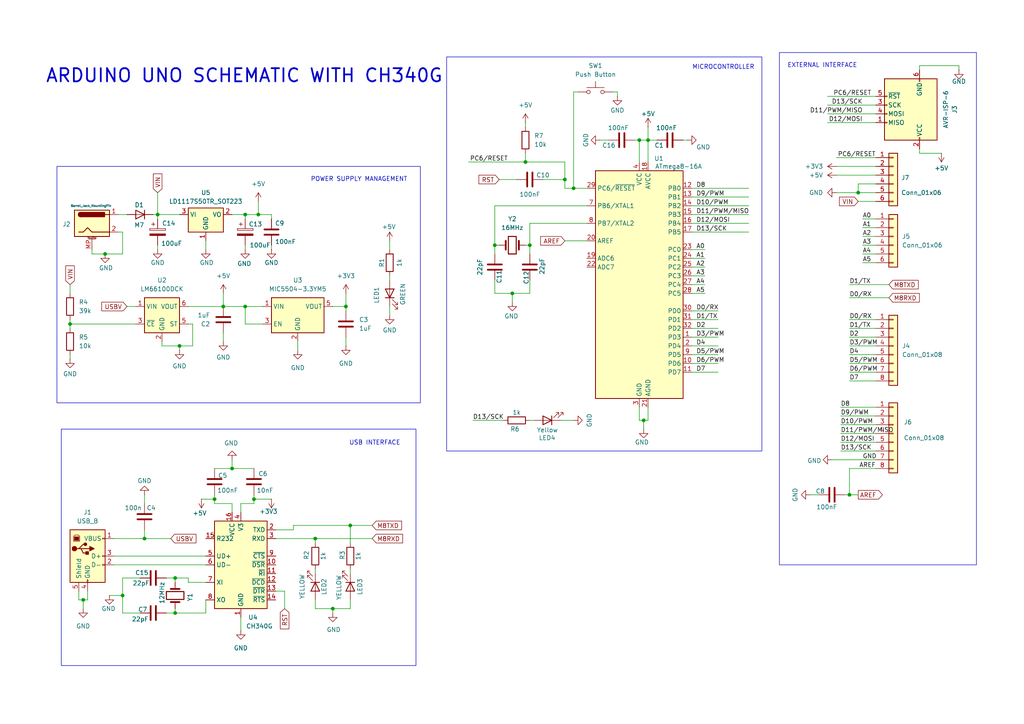
<source format=kicad_sch>
(kicad_sch (version 20250114) (generator "eeschema") (generator_version "9.0")
  (paper "A4")
  (lib_symbols
    (symbol "Connector:AVR-ISP-6" (pin_names (offset 1.016))
      (property "Reference" "J" (at -6.35 11.43 0))
      (property "Value" "AVR-ISP-6" (at 0 11.43 0))
      (symbol "AVR-ISP-6_1_1"
        (pin passive line (at -2.54 12.7 270) (length 2.54) (name "VCC") (number "2"))
        (pin passive line (at -2.54 -10.16 90) (length 2.54) (name "GND") (number "6"))
        (pin passive line (at 10.16 5.08 180) (length 2.54) (name "MISO") (number "1"))
        (pin passive line (at 10.16 2.54 180) (length 2.54) (name "MOSI") (number "4"))
        (pin passive line (at 10.16 0 180) (length 2.54) (name "SCK") (number "3"))
        (pin passive line (at 10.16 -2.54 180) (length 2.54) (name "~{RST}") (number "5"))
      )
    )
    (symbol "Connector:Barrel_Jack_MountingPin" (pin_names (hide yes))
      (property "Reference" "J" (at 0 5.334 0))
      (property "Value" "Barrel_Jack_MountingPin" (at 1.27 -6.35 0))
      (symbol "Barrel_Jack_MountingPin_1_1"
        (text "Mounting" (at 0 -4.191 0) (effects (font (size 0.381 0.381))))
        (pin passive line (at 0 -7.62 90) (length 3.048) (name "MountPin") (number "MP"))
        (pin passive line (at 7.62 2.54 180) (length 2.54) (name "~") (number "1"))
        (pin passive line (at 7.62 -2.54 180) (length 2.54) (name "~") (number "2"))
      )
    )
    (symbol "Connector:USB_B" (pin_names (offset 1.016))
      (property "Reference" "J" (at -5.08 11.43 0))
      (property "Value" "USB_B" (at -5.08 8.89 0))
      (symbol "USB_B_1_1"
        (pin passive line (at -2.54 -10.16 90) (length 2.54) (name "Shield") (number "5"))
        (pin power_out line (at 0 -10.16 90) (length 2.54) (name "GND") (number "4"))
        (pin power_out line (at 7.62 5.08 180) (length 2.54) (name "VBUS") (number "1"))
        (pin bidirectional line (at 7.62 0 180) (length 2.54) (name "D+") (number "3"))
        (pin bidirectional line (at 7.62 -2.54 180) (length 2.54) (name "D-") (number "2"))
      )
    )
    (symbol "Connector_Generic:Conn_01x06" (pin_names (offset 1.016) (hide yes))
      (property "Reference" "J" (at 0 7.62 0))
      (property "Value" "Conn_01x06" (at 0 -10.16 0))
      (symbol "Conn_01x06_1_1"
        (pin passive line (at -5.08 5.08 0) (length 3.81) (name "Pin_1") (number "1"))
        (pin passive line (at -5.08 2.54 0) (length 3.81) (name "Pin_2") (number "2"))
        (pin passive line (at -5.08 0 0) (length 3.81) (name "Pin_3") (number "3"))
        (pin passive line (at -5.08 -2.54 0) (length 3.81) (name "Pin_4") (number "4"))
        (pin passive line (at -5.08 -5.08 0) (length 3.81) (name "Pin_5") (number "5"))
        (pin passive line (at -5.08 -7.62 0) (length 3.81) (name "Pin_6") (number "6"))
      )
    )
    (symbol "Connector_Generic:Conn_01x08" (pin_names (offset 1.016) (hide yes))
      (property "Reference" "J" (at 0 10.16 0))
      (property "Value" "Conn_01x08" (at 0 -12.7 0))
      (symbol "Conn_01x08_1_1"
        (pin passive line (at -5.08 7.62 0) (length 3.81) (name "Pin_1") (number "1"))
        (pin passive line (at -5.08 5.08 0) (length 3.81) (name "Pin_2") (number "2"))
        (pin passive line (at -5.08 2.54 0) (length 3.81) (name "Pin_3") (number "3"))
        (pin passive line (at -5.08 0 0) (length 3.81) (name "Pin_4") (number "4"))
        (pin passive line (at -5.08 -2.54 0) (length 3.81) (name "Pin_5") (number "5"))
        (pin passive line (at -5.08 -5.08 0) (length 3.81) (name "Pin_6") (number "6"))
        (pin passive line (at -5.08 -7.62 0) (length 3.81) (name "Pin_7") (number "7"))
        (pin passive line (at -5.08 -10.16 0) (length 3.81) (name "Pin_8") (number "8"))
      )
    )
    (symbol "Device:C" (pin_numbers (hide yes)) (pin_names (offset 0.254))
      (property "Reference" "C" (at 0.635 2.54 0))
      (property "Value" "C" (at 0.635 -2.54 0))
      (symbol "C_1_1"
        (pin passive line (at 0 3.81 270) (length 2.794) (name "~") (number "1"))
        (pin passive line (at 0 -3.81 90) (length 2.794) (name "~") (number "2"))
      )
    )
    (symbol "Device:C_Polarized" (pin_numbers (hide yes)) (pin_names (offset 0.254))
      (property "Reference" "C" (at 0.635 2.54 0))
      (property "Value" "C_Polarized" (at 0.635 -2.54 0))
      (symbol "C_Polarized_1_1"
        (pin passive line (at 0 3.81 270) (length 2.794) (name "~") (number "1"))
        (pin passive line (at 0 -3.81 90) (length 2.794) (name "~") (number "2"))
      )
    )
    (symbol "Device:Crystal" (pin_numbers (hide yes)) (pin_names (offset 1.016) (hide yes))
      (property "Reference" "Y" (at 0 3.81 0))
      (property "Value" "Crystal" (at 0 -3.81 0))
      (symbol "Crystal_1_1"
        (pin passive line (at -3.81 0 0) (length 1.27) (name "1") (number "1"))
        (pin passive line (at 3.81 0 180) (length 1.27) (name "2") (number "2"))
      )
    )
    (symbol "Device:D" (pin_numbers (hide yes)) (pin_names (offset 1.016) (hide yes))
      (property "Reference" "D" (at 0 2.54 0))
      (property "Value" "D" (at 0 -2.54 0))
      (symbol "D_1_1"
        (pin passive line (at -3.81 0 0) (length 2.54) (name "K") (number "1"))
        (pin passive line (at 3.81 0 180) (length 2.54) (name "A") (number "2"))
      )
    )
    (symbol "Device:LED" (pin_numbers (hide yes)) (pin_names (offset 1.016) (hide yes))
      (property "Reference" "D" (at 0 2.54 0))
      (property "Value" "LED" (at 0 -2.54 0))
      (symbol "LED_1_1"
        (pin passive line (at -3.81 0 0) (length 2.54) (name "K") (number "1"))
        (pin passive line (at 3.81 0 180) (length 2.54) (name "A") (number "2"))
      )
    )
    (symbol "Device:R" (pin_numbers (hide yes)) (pin_names (offset 0))
      (property "Reference" "R" (at 2.032 0 90))
      (property "Value" "R" (at 0 0 90))
      (symbol "R_1_1"
        (pin passive line (at 0 3.81 270) (length 1.27) (name "~") (number "1"))
        (pin passive line (at 0 -3.81 90) (length 1.27) (name "~") (number "2"))
      )
    )
    (symbol "Interface_USB:CH340G"
      (property "Reference" "U" (at -5.08 13.97 0))
      (property "Value" "CH340G" (at 1.27 13.97 0))
      (symbol "CH340G_1_1"
        (pin input line (at -10.16 7.62 0) (length 2.54) (name "R232") (number "15"))
        (pin bidirectional line (at -10.16 2.54 0) (length 2.54) (name "UD+") (number "5"))
        (pin bidirectional line (at -10.16 0 0) (length 2.54) (name "UD-") (number "6"))
        (pin input line (at -10.16 -5.08 0) (length 2.54) (name "XI") (number "7"))
        (pin output line (at -10.16 -10.16 0) (length 2.54) (name "XO") (number "8"))
        (pin power_in line (at -2.54 15.24 270) (length 2.54) (name "VCC") (number "16"))
        (pin power_out line (at 0 15.24 270) (length 2.54) (name "V3") (number "4"))
        (pin power_in line (at 0 -15.24 90) (length 2.54) (name "GND") (number "1"))
        (pin output line (at 10.16 10.16 180) (length 2.54) (name "TXD") (number "2"))
        (pin input line (at 10.16 7.62 180) (length 2.54) (name "RXD") (number "3"))
        (pin input line (at 10.16 2.54 180) (length 2.54) (name "~{CTS}") (number "9"))
        (pin input line (at 10.16 0 180) (length 2.54) (name "~{DSR}") (number "10"))
        (pin input line (at 10.16 -2.54 180) (length 2.54) (name "~{RI}") (number "11"))
        (pin input line (at 10.16 -5.08 180) (length 2.54) (name "~{DCD}") (number "12"))
        (pin output line (at 10.16 -7.62 180) (length 2.54) (name "~{DTR}") (number "13"))
        (pin output line (at 10.16 -10.16 180) (length 2.54) (name "~{RTS}") (number "14"))
      )
    )
    (symbol "MCU_Microchip_ATmega:ATmega8-16A"
      (property "Reference" "U" (at -12.7 34.29 0))
      (property "Value" "ATmega8-16A" (at 5.08 -34.29 0))
      (symbol "ATmega8-16A_1_1"
        (pin bidirectional line (at -15.24 27.94 0) (length 2.54) (name "PC6/~{RESET}") (number "29"))
        (pin bidirectional line (at -15.24 22.86 0) (length 2.54) (name "PB6/XTAL1") (number "7"))
        (pin bidirectional line (at -15.24 17.78 0) (length 2.54) (name "PB7/XTAL2") (number "8"))
        (pin passive line (at -15.24 12.7 0) (length 2.54) (name "AREF") (number "20"))
        (pin input line (at -15.24 7.62 0) (length 2.54) (name "ADC6") (number "19"))
        (pin input line (at -15.24 5.08 0) (length 2.54) (name "ADC7") (number "22"))
        (pin power_in line (at 0 35.56 270) (length 2.54) (name "VCC") (number "4"))
        (pin passive line (at 0 35.56 270) (length 2.54) (hide yes) (name "VCC") (number "6"))
        (pin power_in line (at 0 -35.56 90) (length 2.54) (name "GND") (number "3"))
        (pin passive line (at 0 -35.56 90) (length 2.54) (hide yes) (name "GND") (number "5"))
        (pin power_in line (at 2.54 35.56 270) (length 2.54) (name "AVCC") (number "18"))
        (pin power_in line (at 2.54 -35.56 90) (length 2.54) (name "AGND") (number "21"))
        (pin bidirectional line (at 15.24 27.94 180) (length 2.54) (name "PB0") (number "12"))
        (pin bidirectional line (at 15.24 25.4 180) (length 2.54) (name "PB1") (number "13"))
        (pin bidirectional line (at 15.24 22.86 180) (length 2.54) (name "PB2") (number "14"))
        (pin bidirectional line (at 15.24 20.32 180) (length 2.54) (name "PB3") (number "15"))
        (pin bidirectional line (at 15.24 17.78 180) (length 2.54) (name "PB4") (number "16"))
        (pin bidirectional line (at 15.24 15.24 180) (length 2.54) (name "PB5") (number "17"))
        (pin bidirectional line (at 15.24 10.16 180) (length 2.54) (name "PC0") (number "23"))
        (pin bidirectional line (at 15.24 7.62 180) (length 2.54) (name "PC1") (number "24"))
        (pin bidirectional line (at 15.24 5.08 180) (length 2.54) (name "PC2") (number "25"))
        (pin bidirectional line (at 15.24 2.54 180) (length 2.54) (name "PC3") (number "26"))
        (pin bidirectional line (at 15.24 0 180) (length 2.54) (name "PC4") (number "27"))
        (pin bidirectional line (at 15.24 -2.54 180) (length 2.54) (name "PC5") (number "28"))
        (pin bidirectional line (at 15.24 -7.62 180) (length 2.54) (name "PD0") (number "30"))
        (pin bidirectional line (at 15.24 -10.16 180) (length 2.54) (name "PD1") (number "31"))
        (pin bidirectional line (at 15.24 -12.7 180) (length 2.54) (name "PD2") (number "32"))
        (pin bidirectional line (at 15.24 -15.24 180) (length 2.54) (name "PD3") (number "1"))
        (pin bidirectional line (at 15.24 -17.78 180) (length 2.54) (name "PD4") (number "2"))
        (pin bidirectional line (at 15.24 -20.32 180) (length 2.54) (name "PD5") (number "9"))
        (pin bidirectional line (at 15.24 -22.86 180) (length 2.54) (name "PD6") (number "10"))
        (pin bidirectional line (at 15.24 -25.4 180) (length 2.54) (name "PD7") (number "11"))
      )
    )
    (symbol "Power_Management:LM66100DCK"
      (property "Reference" "U" (at -5.08 6.096 0))
      (property "Value" "LM66100DCK" (at 0.254 -6.35 0))
      (symbol "LM66100DCK_1_1"
        (pin power_in line (at -7.62 2.54 0) (length 2.54) (name "VIN") (number "1"))
        (pin input line (at -7.62 -2.54 0) (length 2.54) (name "~{CE}") (number "3"))
        (pin no_connect line (at 0 5.08 270) (length 2.54) (hide yes) (name "NC") (number "4"))
        (pin power_in line (at 0 -7.62 90) (length 2.54) (name "GND") (number "2"))
        (pin power_out line (at 7.62 2.54 180) (length 2.54) (name "VOUT") (number "6"))
        (pin open_collector line (at 7.62 -2.54 180) (length 2.54) (name "ST") (number "5"))
      )
    )
    (symbol "Regulator_Linear:LD1117S50TR_SOT223"
      (property "Reference" "U" (at -3.81 3.175 0))
      (property "Value" "LD1117S50TR_SOT223" (at 0 3.175 0))
      (symbol "LD1117S50TR_SOT223_1_1"
        (pin power_in line (at -7.62 0 0) (length 2.54) (name "VI") (number "3"))
        (pin power_in line (at 0 -7.62 90) (length 2.54) (name "GND") (number "1"))
        (pin power_out line (at 7.62 0 180) (length 2.54) (name "VO") (number "2"))
      )
    )
    (symbol "Regulator_Linear:MIC5504-3.3YM5"
      (property "Reference" "U" (at -7.62 8.89 0))
      (property "Value" "MIC5504-3.3YM5" (at -7.62 6.35 0))
      (symbol "MIC5504-3.3YM5_1_1"
        (pin power_in line (at -10.16 2.54 0) (length 2.54) (name "VIN") (number "1"))
        (pin input line (at -10.16 -2.54 0) (length 2.54) (name "EN") (number "3"))
        (pin power_in line (at 0 -7.62 90) (length 2.54) (name "GND") (number "2"))
        (pin no_connect line (at 7.62 -2.54 180) (length 2.54) (hide yes) (name "NC") (number "4"))
        (pin power_out line (at 10.16 2.54 180) (length 2.54) (name "VOUT") (number "5"))
      )
    )
    (symbol "Switch:SW_Push" (pin_numbers (hide yes)) (pin_names (offset 1.016) (hide yes))
      (property "Reference" "SW" (at 1.27 2.54 0))
      (property "Value" "SW_Push" (at 0 -1.524 0))
      (symbol "SW_Push_0_1"
        (pin passive line (at -5.08 0 0) (length 2.54) (name "1") (number "1"))
        (pin passive line (at 5.08 0 180) (length 2.54) (name "2") (number "2"))
      )
    )
    (symbol "power:+3V3" (power) (pin_numbers (hide yes)) (pin_names (offset 0) (hide yes))
      (property "Value" "+3V3" (at 0 3.556 0))
      (symbol "+3V3_1_1"
        (pin power_in line (at 0 0 90) (length 0) (name "~") (number "1"))
      )
    )
    (symbol "power:+5V" (power) (pin_numbers (hide yes)) (pin_names (offset 0) (hide yes))
      (property "Value" "+5V" (at 0 3.556 0))
      (symbol "+5V_1_1"
        (pin power_in line (at 0 0 90) (length 0) (name "~") (number "1"))
      )
    )
    (symbol "power:GND" (power) (pin_numbers (hide yes)) (pin_names (offset 0) (hide yes))
      (property "Value" "GND" (at 0 -3.81 0))
      (symbol "GND_1_1"
        (pin power_in line (at 0 0 270) (length 0) (name "~") (number "1"))
      )
    )
  )
  (rectangle (start 129.54 16.51) (end 220.98 130.81))
  (rectangle (start 226.06 15.24) (end 283.21 163.83))
  (rectangle (start 17.78 124.46) (end 120.65 193.04))
  (rectangle (start 16.51 48.26) (end 121.92 116.84))
  (text "EXTERNAL INTERFACE" (at 238.506 19.05 0) (effects (font (size 1.27 1.27))))
  (text "ARDUINO UNO SCHEMATIC WITH CH340G" (at 70.866 22.098 0) (effects (font (size 3.81 3.81) (thickness 0.508) (bold yes))))
  (text "MICROCONTROLLER" (at 209.804 19.558 0) (effects (font (size 1.27 1.27))))
  (text "POWER SUPPLY MANAGEMENT" (at 104.14 52.07 0) (effects (font (size 1.27 1.27))))
  (text "USB INTERFACE" (at 108.712 128.524 0) (effects (font (size 1.27 1.27))))
  (junction (at 143.51 71.12))
  (junction (at 74.93 62.23))
  (junction (at 35.56 172.72))
  (junction (at 187.96 40.64))
  (junction (at 91.44 156.21))
  (junction (at 50.8 167.64))
  (junction (at 96.52 176.53))
  (junction (at 67.31 135.89))
  (junction (at 248.92 55.88))
  (junction (at 148.59 85.09))
  (junction (at 41.91 156.21))
  (junction (at 163.83 52.07))
  (junction (at 62.23 144.78))
  (junction (at 20.32 93.98))
  (junction (at 45.72 62.23))
  (junction (at 100.33 88.9))
  (junction (at 185.42 40.64))
  (junction (at 71.12 88.9))
  (junction (at 153.67 71.12))
  (junction (at 64.77 88.9))
  (junction (at 50.8 177.8))
  (junction (at 186.69 121.92))
  (junction (at 71.12 62.23))
  (junction (at 246.38 143.51))
  (junction (at 24.13 173.99))
  (junction (at 101.6 152.4))
  (junction (at 73.66 144.78))
  (junction (at 52.07 100.33))
  (junction (at 166.37 54.61))
  (junction (at 152.4 46.99))
  (junction (at 30.48 73.66))
  (wire (pts (xy 100.33 85.09) (xy 100.33 88.9)))
  (wire (pts (xy 96.52 88.9) (xy 100.33 88.9)))
  (wire (pts (xy 200.66 72.39) (xy 204.47 72.39)))
  (wire (pts (xy 166.37 121.92) (xy 162.56 121.92)))
  (wire (pts (xy 91.44 156.21) (xy 107.95 156.21)))
  (wire (pts (xy 187.96 40.64) (xy 187.96 46.99)))
  (wire (pts (xy 246.38 105.41) (xy 254 105.41)))
  (wire (pts (xy 187.96 121.92) (xy 187.96 118.11)))
  (wire (pts (xy 22.86 171.45) (xy 22.86 173.99)))
  (wire (pts (xy 200.66 95.25) (xy 208.28 95.25)))
  (wire (pts (xy 243.84 128.27) (xy 254 128.27)))
  (wire (pts (xy 248.92 55.88) (xy 242.57 55.88)))
  (wire (pts (xy 64.77 96.52) (xy 64.77 99.06)))
  (wire (pts (xy 240.03 35.56) (xy 254 35.56)))
  (wire (pts (xy 54.61 88.9) (xy 64.77 88.9)))
  (wire (pts (xy 166.37 26.67) (xy 167.64 26.67)))
  (wire (pts (xy 52.07 100.33) (xy 46.99 100.33)))
  (wire (pts (xy 250.19 71.12) (xy 254 71.12)))
  (wire (pts (xy 33.02 163.83) (xy 59.69 163.83)))
  (wire (pts (xy 200.66 85.09) (xy 204.47 85.09)))
  (wire (pts (xy 45.72 55.88) (xy 45.72 62.23)))
  (wire (pts (xy 62.23 135.89) (xy 67.31 135.89)))
  (wire (pts (xy 243.84 118.11) (xy 254 118.11)))
  (wire (pts (xy 157.48 52.07) (xy 163.83 52.07)))
  (wire (pts (xy 69.85 146.05) (xy 69.85 148.59)))
  (wire (pts (xy 200.66 80.01) (xy 204.47 80.01)))
  (wire (pts (xy 187.96 36.83) (xy 187.96 40.64)))
  (wire (pts (xy 143.51 71.12) (xy 143.51 73.66)))
  (wire (pts (xy 246.38 82.55) (xy 257.81 82.55)))
  (wire (pts (xy 52.07 100.33) (xy 52.07 101.6)))
  (wire (pts (xy 186.69 121.92) (xy 187.96 121.92)))
  (wire (pts (xy 35.56 172.72) (xy 35.56 167.64)))
  (wire (pts (xy 73.66 146.05) (xy 69.85 146.05)))
  (wire (pts (xy 246.38 110.49) (xy 254 110.49)))
  (wire (pts (xy 273.05 44.45) (xy 266.7 44.45)))
  (wire (pts (xy 250.19 76.2) (xy 254 76.2)))
  (wire (pts (xy 96.52 176.53) (xy 101.6 176.53)))
  (wire (pts (xy 35.56 177.8) (xy 35.56 172.72)))
  (wire (pts (xy 248.92 53.34) (xy 248.92 55.88)))
  (wire (pts (xy 144.78 52.07) (xy 149.86 52.07)))
  (wire (pts (xy 152.4 46.99) (xy 163.83 46.99)))
  (wire (pts (xy 62.23 146.05) (xy 67.31 146.05)))
  (wire (pts (xy 173.99 40.64) (xy 176.53 40.64)))
  (wire (pts (xy 67.31 62.23) (xy 71.12 62.23)))
  (wire (pts (xy 20.32 93.98) (xy 20.32 95.25)))
  (wire (pts (xy 152.4 71.12) (xy 153.67 71.12)))
  (wire (pts (xy 163.83 69.85) (xy 170.18 69.85)))
  (wire (pts (xy 246.38 95.25) (xy 254 95.25)))
  (wire (pts (xy 266.7 44.45) (xy 266.7 43.18)))
  (wire (pts (xy 243.84 120.65) (xy 254 120.65)))
  (wire (pts (xy 246.38 86.36) (xy 257.81 86.36)))
  (wire (pts (xy 146.05 121.92) (xy 137.16 121.92)))
  (wire (pts (xy 69.85 179.07) (xy 69.85 182.88)))
  (wire (pts (xy 152.4 35.56) (xy 152.4 36.83)))
  (wire (pts (xy 254 55.88) (xy 248.92 55.88)))
  (wire (pts (xy 55.88 93.98) (xy 55.88 100.33)))
  (wire (pts (xy 163.83 54.61) (xy 166.37 54.61)))
  (wire (pts (xy 246.38 92.71) (xy 254 92.71)))
  (wire (pts (xy 143.51 59.69) (xy 143.51 71.12)))
  (wire (pts (xy 200.66 102.87) (xy 208.28 102.87)))
  (wire (pts (xy 86.36 99.06) (xy 86.36 101.6)))
  (wire (pts (xy 35.56 177.8) (xy 40.64 177.8)))
  (wire (pts (xy 187.96 40.64) (xy 190.5 40.64)))
  (wire (pts (xy 62.23 146.05) (xy 62.23 144.78)))
  (wire (pts (xy 148.59 85.09) (xy 153.67 85.09)))
  (wire (pts (xy 52.07 100.33) (xy 55.88 100.33)))
  (wire (pts (xy 20.32 102.87) (xy 20.32 104.14)))
  (wire (pts (xy 154.94 121.92) (xy 153.67 121.92)))
  (wire (pts (xy 78.74 71.12) (xy 78.74 72.39)))
  (wire (pts (xy 250.19 63.5) (xy 254 63.5)))
  (wire (pts (xy 246.38 100.33) (xy 254 100.33)))
  (wire (pts (xy 91.44 165.1) (xy 91.44 166.37)))
  (wire (pts (xy 200.66 97.79) (xy 208.28 97.79)))
  (wire (pts (xy 54.61 167.64) (xy 50.8 167.64)))
  (wire (pts (xy 55.88 93.98) (xy 54.61 93.98)))
  (wire (pts (xy 179.07 26.67) (xy 179.07 27.94)))
  (wire (pts (xy 200.66 105.41) (xy 208.28 105.41)))
  (wire (pts (xy 200.66 77.47) (xy 204.47 77.47)))
  (wire (pts (xy 20.32 93.98) (xy 39.37 93.98)))
  (wire (pts (xy 46.99 100.33) (xy 46.99 99.06)))
  (wire (pts (xy 54.61 168.91) (xy 54.61 167.64)))
  (wire (pts (xy 113.03 91.44) (xy 113.03 88.9)))
  (wire (pts (xy 200.66 92.71) (xy 208.28 92.71)))
  (wire (pts (xy 152.4 44.45) (xy 152.4 46.99)))
  (wire (pts (xy 73.66 144.78) (xy 78.74 144.78)))
  (wire (pts (xy 100.33 88.9) (xy 100.33 90.17)))
  (wire (pts (xy 254 50.8) (xy 242.57 50.8)))
  (wire (pts (xy 25.4 171.45) (xy 25.4 173.99)))
  (wire (pts (xy 82.55 176.53) (xy 82.55 171.45)))
  (wire (pts (xy 34.29 62.23) (xy 36.83 62.23)))
  (wire (pts (xy 185.42 40.64) (xy 187.96 40.64)))
  (wire (pts (xy 80.01 156.21) (xy 91.44 156.21)))
  (wire (pts (xy 153.67 71.12) (xy 153.67 73.66)))
  (wire (pts (xy 185.42 118.11) (xy 185.42 121.92)))
  (wire (pts (xy 59.69 69.85) (xy 59.69 72.39)))
  (wire (pts (xy 186.69 121.92) (xy 186.69 124.46)))
  (wire (pts (xy 185.42 121.92) (xy 186.69 121.92)))
  (wire (pts (xy 234.95 143.51) (xy 237.49 143.51)))
  (wire (pts (xy 254 58.42) (xy 248.92 58.42)))
  (wire (pts (xy 58.42 144.78) (xy 62.23 144.78)))
  (wire (pts (xy 44.45 62.23) (xy 45.72 62.23)))
  (wire (pts (xy 35.56 67.31) (xy 35.56 73.66)))
  (wire (pts (xy 74.93 58.42) (xy 74.93 62.23)))
  (wire (pts (xy 200.66 100.33) (xy 208.28 100.33)))
  (wire (pts (xy 91.44 176.53) (xy 96.52 176.53)))
  (wire (pts (xy 41.91 156.21) (xy 49.53 156.21)))
  (wire (pts (xy 170.18 64.77) (xy 153.67 64.77)))
  (wire (pts (xy 200.66 62.23) (xy 217.17 62.23)))
  (wire (pts (xy 170.18 59.69) (xy 143.51 59.69)))
  (wire (pts (xy 246.38 107.95) (xy 254 107.95)))
  (wire (pts (xy 80.01 153.67) (xy 85.09 153.67)))
  (wire (pts (xy 254 133.35) (xy 241.3 133.35)))
  (wire (pts (xy 71.12 71.12) (xy 71.12 72.39)))
  (wire (pts (xy 33.02 161.29) (xy 59.69 161.29)))
  (wire (pts (xy 59.69 168.91) (xy 54.61 168.91)))
  (wire (pts (xy 200.66 107.95) (xy 208.28 107.95)))
  (wire (pts (xy 243.84 130.81) (xy 254 130.81)))
  (wire (pts (xy 278.13 20.32) (xy 278.13 19.05)))
  (wire (pts (xy 62.23 144.78) (xy 62.23 143.51)))
  (wire (pts (xy 71.12 88.9) (xy 71.12 93.98)))
  (wire (pts (xy 143.51 71.12) (xy 144.78 71.12)))
  (wire (pts (xy 198.12 40.64) (xy 199.39 40.64)))
  (wire (pts (xy 254 27.94) (xy 240.03 27.94)))
  (wire (pts (xy 246.38 97.79) (xy 254 97.79)))
  (wire (pts (xy 200.66 59.69) (xy 217.17 59.69)))
  (wire (pts (xy 45.72 62.23) (xy 45.72 63.5)))
  (wire (pts (xy 242.57 45.72) (xy 254 45.72)))
  (wire (pts (xy 113.03 72.39) (xy 113.03 69.85)))
  (wire (pts (xy 74.93 62.23) (xy 78.74 62.23)))
  (wire (pts (xy 64.77 85.09) (xy 64.77 88.9)))
  (wire (pts (xy 50.8 177.8) (xy 50.8 176.53)))
  (wire (pts (xy 64.77 88.9) (xy 71.12 88.9)))
  (wire (pts (xy 184.15 40.64) (xy 185.42 40.64)))
  (wire (pts (xy 71.12 88.9) (xy 76.2 88.9)))
  (wire (pts (xy 73.66 146.05) (xy 73.66 144.78)))
  (wire (pts (xy 246.38 135.89) (xy 246.38 143.51)))
  (wire (pts (xy 254 48.26) (xy 242.57 48.26)))
  (wire (pts (xy 153.67 85.09) (xy 153.67 81.28)))
  (wire (pts (xy 91.44 157.48) (xy 91.44 156.21)))
  (wire (pts (xy 266.7 19.05) (xy 266.7 20.32)))
  (wire (pts (xy 250.19 68.58) (xy 254 68.58)))
  (wire (pts (xy 240.03 33.02) (xy 254 33.02)))
  (wire (pts (xy 71.12 93.98) (xy 76.2 93.98)))
  (wire (pts (xy 240.03 30.48) (xy 254 30.48)))
  (wire (pts (xy 148.59 85.09) (xy 143.51 85.09)))
  (wire (pts (xy 45.72 71.12) (xy 45.72 72.39)))
  (wire (pts (xy 200.66 64.77) (xy 217.17 64.77)))
  (wire (pts (xy 48.26 177.8) (xy 50.8 177.8)))
  (wire (pts (xy 250.19 73.66) (xy 254 73.66)))
  (wire (pts (xy 50.8 167.64) (xy 48.26 167.64)))
  (wire (pts (xy 91.44 176.53) (xy 91.44 173.99)))
  (wire (pts (xy 45.72 62.23) (xy 52.07 62.23)))
  (wire (pts (xy 153.67 64.77) (xy 153.67 71.12)))
  (wire (pts (xy 166.37 26.67) (xy 166.37 54.61)))
  (wire (pts (xy 143.51 85.09) (xy 143.51 81.28)))
  (wire (pts (xy 200.66 74.93) (xy 204.47 74.93)))
  (wire (pts (xy 73.66 135.89) (xy 67.31 135.89)))
  (wire (pts (xy 243.84 123.19) (xy 254 123.19)))
  (wire (pts (xy 50.8 177.8) (xy 59.69 177.8)))
  (wire (pts (xy 50.8 168.91) (xy 50.8 167.64)))
  (wire (pts (xy 254 53.34) (xy 248.92 53.34)))
  (wire (pts (xy 200.66 57.15) (xy 217.17 57.15)))
  (wire (pts (xy 185.42 40.64) (xy 185.42 46.99)))
  (wire (pts (xy 200.66 67.31) (xy 217.17 67.31)))
  (wire (pts (xy 246.38 135.89) (xy 254 135.89)))
  (wire (pts (xy 101.6 166.37) (xy 101.6 165.1)))
  (wire (pts (xy 200.66 82.55) (xy 204.47 82.55)))
  (wire (pts (xy 135.89 46.99) (xy 152.4 46.99)))
  (wire (pts (xy 41.91 146.05) (xy 41.91 143.51)))
  (wire (pts (xy 246.38 102.87) (xy 254 102.87)))
  (wire (pts (xy 177.8 26.67) (xy 179.07 26.67)))
  (wire (pts (xy 163.83 52.07) (xy 163.83 54.61)))
  (wire (pts (xy 245.11 143.51) (xy 246.38 143.51)))
  (wire (pts (xy 33.02 156.21) (xy 41.91 156.21)))
  (wire (pts (xy 148.59 85.09) (xy 148.59 87.63)))
  (wire (pts (xy 243.84 125.73) (xy 254 125.73)))
  (wire (pts (xy 20.32 92.71) (xy 20.32 93.98)))
  (wire (pts (xy 200.66 90.17) (xy 208.28 90.17)))
  (wire (pts (xy 25.4 173.99) (xy 24.13 173.99)))
  (wire (pts (xy 35.56 73.66) (xy 30.48 73.66)))
  (wire (pts (xy 71.12 62.23) (xy 74.93 62.23)))
  (wire (pts (xy 31.75 172.72) (xy 35.56 172.72)))
  (wire (pts (xy 101.6 173.99) (xy 101.6 176.53)))
  (wire (pts (xy 101.6 152.4) (xy 101.6 157.48)))
  (wire (pts (xy 59.69 173.99) (xy 59.69 177.8)))
  (wire (pts (xy 24.13 173.99) (xy 24.13 176.53)))
  (wire (pts (xy 34.29 67.31) (xy 35.56 67.31)))
  (wire (pts (xy 163.83 46.99) (xy 163.83 52.07)))
  (wire (pts (xy 35.56 167.64) (xy 40.64 167.64)))
  (wire (pts (xy 78.74 62.23) (xy 78.74 63.5)))
  (wire (pts (xy 41.91 156.21) (xy 41.91 153.67)))
  (wire (pts (xy 82.55 171.45) (xy 80.01 171.45)))
  (wire (pts (xy 26.67 73.66) (xy 26.67 72.39)))
  (wire (pts (xy 200.66 54.61) (xy 217.17 54.61)))
  (wire (pts (xy 166.37 54.61) (xy 170.18 54.61)))
  (wire (pts (xy 85.09 152.4) (xy 101.6 152.4)))
  (wire (pts (xy 85.09 152.4) (xy 85.09 153.67)))
  (wire (pts (xy 36.83 88.9) (xy 39.37 88.9)))
  (wire (pts (xy 113.03 81.28) (xy 113.03 80.01)))
  (wire (pts (xy 246.38 143.51) (xy 248.92 143.51)))
  (wire (pts (xy 100.33 97.79) (xy 100.33 100.33)))
  (wire (pts (xy 250.19 66.04) (xy 254 66.04)))
  (wire (pts (xy 71.12 63.5) (xy 71.12 62.23)))
  (wire (pts (xy 96.52 176.53) (xy 96.52 177.8)))
  (wire (pts (xy 26.67 73.66) (xy 30.48 73.66)))
  (wire (pts (xy 73.66 143.51) (xy 73.66 144.78)))
  (wire (pts (xy 67.31 135.89) (xy 67.31 133.35)))
  (wire (pts (xy 101.6 152.4) (xy 107.95 152.4)))
  (wire (pts (xy 67.31 146.05) (xy 67.31 148.59)))
  (wire (pts (xy 278.13 19.05) (xy 266.7 19.05)))
  (wire (pts (xy 20.32 85.09) (xy 20.32 82.55)))
  (wire (pts (xy 24.13 173.99) (xy 22.86 173.99)))
  (label "D0{slash}RX" (at 201.93 90.17 0))
  (label "D12{slash}MOSI" (at 250.19 35.56 180))
  (label "D4" (at 246.38 102.87 0))
  (label "D8" (at 243.84 118.11 0))
  (label "D2" (at 246.38 97.79 0))
  (label "D11{slash}PWM{slash}MISO" (at 243.84 125.73 0))
  (label "D13{slash}SCK" (at 201.93 67.31 0))
  (label "D3{slash}PWM" (at 201.93 97.79 0))
  (label "AREF" (at 254 135.89 180))
  (label "PC6{slash}RESET" (at 252.73 27.94 180))
  (label "A1" (at 201.93 74.93 0))
  (label "D5{slash}PWM" (at 201.93 102.87 0))
  (label "D7" (at 201.93 107.95 0))
  (label "A3" (at 201.93 80.01 0))
  (label "GND" (at 250.19 133.35 0))
  (label "D2" (at 201.93 95.25 0))
  (label "D11{slash}PWM{slash}MISO" (at 250.19 33.02 180))
  (label "D11{slash}PWM{slash}MISO" (at 201.93 62.23 0))
  (label "A2" (at 250.19 68.58 0))
  (label "D10{slash}PWM" (at 243.84 123.19 0))
  (label "D0{slash}RX" (at 246.38 92.71 0))
  (label "D1{slash}TX" (at 246.38 82.55 0))
  (label "D7" (at 246.38 110.49 0))
  (label "D10{slash}PWM" (at 201.93 59.69 0))
  (label "PC6{slash}RESET" (at 254 45.72 180))
  (label "A1" (at 250.19 66.04 0))
  (label "D3{slash}PWM" (at 246.38 100.33 0))
  (label "D5{slash}PWM" (at 246.38 105.41 0))
  (label "D12{slash}MOSI" (at 201.93 64.77 0))
  (label "D13{slash}SCK" (at 243.84 130.81 0))
  (label "D12{slash}MOSI" (at 243.84 128.27 0))
  (label "D13{slash}SCK" (at 137.16 121.92 0))
  (label "A2" (at 201.93 77.47 0))
  (label "A5" (at 250.19 76.2 0))
  (label "D1{slash}TX" (at 246.38 95.25 0))
  (label "A3" (at 250.19 71.12 0))
  (label "D1{slash}TX" (at 201.93 92.71 0))
  (label "D9{slash}PWM" (at 243.84 120.65 0))
  (label "A0" (at 250.19 63.5 0))
  (label "D13{slash}SCK" (at 250.19 30.48 180))
  (label "D6{slash}PWM" (at 201.93 105.41 0))
  (label "A0" (at 201.93 72.39 0))
  (label "D4" (at 201.93 100.33 0))
  (label "PC6{slash}RESET" (at 147.32 46.99 180))
  (label "A5" (at 201.93 85.09 0))
  (label "D0{slash}RX" (at 246.38 86.36 0))
  (label "A4" (at 250.19 73.66 0))
  (label "D9{slash}PWM" (at 201.93 57.15 0))
  (label "D6{slash}PWM" (at 246.38 107.95 0))
  (label "A4" (at 201.93 82.55 0))
  (label "D8" (at 201.93 54.61 0))
  (global_label "VIN" (shape input) (at 45.72 55.88 90) (property "Intersheetrefs" "${INTERSHEET_REFS}" (effects (hide yes))))
  (global_label "VIN" (shape input) (at 248.92 58.42 180) (property "Intersheetrefs" "${INTERSHEET_REFS}" (effects (hide yes))))
  (global_label "USBV" (shape input) (at 49.53 156.21 0) (property "Intersheetrefs" "${INTERSHEET_REFS}" (effects (hide yes))))
  (global_label "M8TXD" (shape input) (at 257.81 82.55 0) (property "Intersheetrefs" "${INTERSHEET_REFS}" (effects (hide yes))))
  (global_label "AREF" (shape input) (at 163.83 69.85 180) (property "Intersheetrefs" "${INTERSHEET_REFS}" (effects (hide yes))))
  (global_label "M8TXD" (shape input) (at 107.95 152.4 0) (property "Intersheetrefs" "${INTERSHEET_REFS}" (effects (hide yes))))
  (global_label "RST" (shape input) (at 144.78 52.07 180) (property "Intersheetrefs" "${INTERSHEET_REFS}" (effects (hide yes))))
  (global_label "M8RXD" (shape input) (at 107.95 156.21 0) (property "Intersheetrefs" "${INTERSHEET_REFS}" (effects (hide yes))))
  (global_label "M8RXD" (shape input) (at 257.81 86.36 0) (property "Intersheetrefs" "${INTERSHEET_REFS}" (effects (hide yes))))
  (global_label "VIN" (shape input) (at 20.32 82.55 90) (property "Intersheetrefs" "${INTERSHEET_REFS}" (effects (hide yes))))
  (global_label "RST" (shape input) (at 82.55 176.53 270) (property "Intersheetrefs" "${INTERSHEET_REFS}" (effects (hide yes))))
  (global_label "USBV" (shape input) (at 36.83 88.9 180) (property "Intersheetrefs" "${INTERSHEET_REFS}" (effects (hide yes))))
  (global_label "AREF" (shape output) (at 248.92 143.51 0) (property "Intersheetrefs" "${INTERSHEET_REFS}" (effects (hide yes))))
  (symbol (lib_id "Connector_Generic:Conn_01x06") (at 259.08 50.8 0) (unit 1)
    (property "Reference" "J7" (at 261.366 51.562 0) (effects (justify left)))
    (property "Value" "Conn_01x06" (at 261.366 55.88 0) (effects (justify left)))
    (property "Footprint" "Connector_PinSocket_2.54mm:PinSocket_1x06_P2.54mm_Vertical" (effects (hide yes)))
    (property "Description" "Generic connector, single row, 01x06, script generated (kicad-library-utils/schlib/autogen/connector/)" (effects (hide yes)))
  )
  (symbol (lib_id "Connector:Barrel_Jack_MountingPin") (at 26.67 64.77 0) (unit 1)
    (property "Reference" "J2" (at 19.304 65.024 0))
    (property "Value" "Barrel_Jack_MountingPin" (at 26.416 59.69 0) (effects (font (size 0.635 0.635))))
    (property "Footprint" "Connector_BarrelJack:BarrelJack_Horizontal" (effects (hide yes)))
    (property "Description" "DC Barrel Jack with a mounting pin" (effects (hide yes)))
  )
  (symbol (lib_id "power:GND") (at 64.77 99.06 0) (unit 1)
    (property "Reference" "#PWR042" (effects (hide yes)))
    (property "Value" "GND" (at 64.77 103.632 0))
    (property "Description" "Power symbol creates a global label with name \"GND\" , ground" (effects (hide yes)))
  )
  (symbol (lib_id "power:GND") (at 148.59 87.63 0) (unit 1)
    (property "Reference" "#PWR08" (effects (hide yes)))
    (property "Value" "GND" (at 150.368 91.694 0) (effects (justify right)))
    (property "Description" "Power symbol creates a global label with name \"GND\" , ground" (effects (hide yes)))
  )
  (symbol (lib_id "Device:C_Polarized") (at 45.72 67.31 0) (unit 1)
    (property "Reference" "C14" (at 46.99 64.77 0) (effects (justify left)))
    (property "Value" "100uF" (at 46.736 70.612 0) (effects (justify left)))
    (property "Footprint" "Capacitor_SMD:C_Elec_6.3x5.8" (effects (hide yes)))
    (property "Description" "Polarized capacitor" (effects (hide yes)))
  )
  (symbol (lib_id "power:+5V") (at 242.57 50.8 90) (unit 1)
    (property "Reference" "#PWR017" (effects (hide yes)))
    (property "Value" "+5V" (at 238.76 50.7999 90) (effects (justify left)))
    (property "Description" "Power symbol creates a global label with name \"+5V\"" (effects (hide yes)))
  )
  (symbol (lib_id "power:GND") (at 186.69 124.46 0) (unit 1)
    (property "Reference" "#PWR010" (effects (hide yes)))
    (property "Value" "GND" (at 188.214 128.27 0) (effects (justify right)))
    (property "Description" "Power symbol creates a global label with name \"GND\" , ground" (effects (hide yes)))
  )
  (symbol (lib_id "Device:C") (at 180.34 40.64 270) (unit 1)
    (property "Reference" "C16" (at 178.562 42.164 90) (effects (justify right)))
    (property "Value" "100nF" (at 182.372 37.084 90) (effects (justify right)))
    (property "Footprint" "Capacitor_SMD:C_0603_1608Metric" (effects (hide yes)))
    (property "Description" "Unpolarized capacitor" (effects (hide yes)))
  )
  (symbol (lib_id "power:GND") (at 59.69 72.39 0) (unit 1)
    (property "Reference" "#PWR033" (effects (hide yes)))
    (property "Value" "GND" (at 59.944 76.2 0))
    (property "Description" "Power symbol creates a global label with name \"GND\" , ground" (effects (hide yes)))
  )
  (symbol (lib_id "Device:C") (at 41.91 149.86 180) (unit 1)
    (property "Reference" "C4" (at 45.212 147.32 0) (effects (justify left)))
    (property "Value" "100n" (at 41.148 147.32 0) (effects (justify left)))
    (property "Footprint" "Capacitor_SMD:C_0603_1608Metric" (effects (hide yes)))
    (property "Description" "Unpolarized capacitor" (effects (hide yes)))
  )
  (symbol (lib_id "Connector:USB_B") (at 25.4 161.29 0) (unit 1)
    (property "Reference" "J1" (at 25.4 148.59 0))
    (property "Value" "USB_B" (at 25.4 151.13 0))
    (property "Footprint" "Connector_USB:USB_B_Lumberg_2411_02_Horizontal" (effects (hide yes)))
    (property "Description" "USB Type B connector" (effects (hide yes)))
  )
  (symbol (lib_id "Device:D") (at 40.64 62.23 180) (unit 1)
    (property "Reference" "D1" (at 40.386 59.436 0))
    (property "Value" "M7" (at 40.386 65.278 0))
    (property "Footprint" "Diode_SMD:D_SMA" (effects (hide yes)))
    (property "Description" "Diode" (effects (hide yes)))
    (property "Sim.Device" "D" (effects (hide yes)))
    (property "Sim.Pins" "1=K 2=A" (effects (hide yes)))
  )
  (symbol (lib_id "power:GND") (at 20.32 104.14 0) (unit 1)
    (property "Reference" "#PWR046" (effects (hide yes)))
    (property "Value" "GND" (at 20.32 108.458 0))
    (property "Description" "Power symbol creates a global label with name \"GND\" , ground" (effects (hide yes)))
  )
  (symbol (lib_id "power:+5V") (at 273.05 44.45 180) (unit 1)
    (property "Reference" "#PWR024" (effects (hide yes)))
    (property "Value" "+5V" (at 273.05 48.768 0))
    (property "Description" "Power symbol creates a global label with name \"+5V\"" (effects (hide yes)))
  )
  (symbol (lib_id "power:GND") (at 67.31 133.35 180) (unit 1)
    (property "Reference" "#PWR048" (effects (hide yes)))
    (property "Value" "GND" (at 67.056 128.524 0))
    (property "Description" "Power symbol creates a global label with name \"GND\" , ground" (effects (hide yes)))
  )
  (symbol (lib_id "power:GND") (at 234.95 143.51 270) (unit 1)
    (property "Reference" "#PWR025" (effects (hide yes)))
    (property "Value" "GND" (at 230.632 143.51 0))
    (property "Description" "Power symbol creates a global label with name \"GND\" , ground" (effects (hide yes)))
  )
  (symbol (lib_id "power:GND") (at 96.52 177.8 0) (unit 1)
    (property "Reference" "#PWR043" (effects (hide yes)))
    (property "Value" "GND" (at 96.774 182.626 0))
    (property "Description" "Power symbol creates a global label with name \"GND\" , ground" (effects (hide yes)))
  )
  (symbol (lib_id "power:GND") (at 71.12 72.39 0) (unit 1)
    (property "Reference" "#PWR035" (effects (hide yes)))
    (property "Value" "GND" (at 70.866 76.454 0))
    (property "Description" "Power symbol creates a global label with name \"GND\" , ground" (effects (hide yes)))
  )
  (symbol (lib_id "power:GND") (at 166.37 121.92 90) (unit 1)
    (property "Reference" "#PWR021" (effects (hide yes)))
    (property "Value" "GND" (at 170.942 121.92 0))
    (property "Description" "Power symbol creates a global label with name \"GND\" , ground" (effects (hide yes)))
  )
  (symbol (lib_id "Device:R") (at 91.44 161.29 0) (unit 1)
    (property "Reference" "R2" (at 88.9 161.036 90))
    (property "Value" "1k" (at 93.726 161.29 90))
    (property "Footprint" "Resistor_SMD:R_0603_1608Metric" (effects (hide yes)))
    (property "Description" "Resistor" (effects (hide yes)))
  )
  (symbol (lib_id "power:+3V3") (at 100.33 85.09 0) (unit 1)
    (property "Reference" "#PWR030" (effects (hide yes)))
    (property "Value" "+3V3" (at 100.33 80.01 0))
    (property "Description" "Power symbol creates a global label with name \"+3V3\"" (effects (hide yes)))
  )
  (symbol (lib_id "Regulator_Linear:MIC5504-3.3YM5") (at 86.36 91.44 0) (unit 1)
    (property "Reference" "U3" (at 86.36 81.28 0))
    (property "Value" "MIC5504-3.3YM5" (at 86.36 83.82 0))
    (property "Footprint" "Package_TO_SOT_SMD:SOT-23-5" (effects (hide yes)))
    (property "Datasheet" "http://ww1.microchip.com/downloads/en/DeviceDoc/MIC550X.pdf" (effects (hide yes)))
    (property "Description" "300mA Low-dropout Voltage Regulator, Vout 3.3V, Vin up to 5.5V, SOT-23" (effects (hide yes)))
  )
  (symbol (lib_id "power:GND") (at 173.99 40.64 270) (unit 1)
    (property "Reference" "#PWR026" (effects (hide yes)))
    (property "Value" "GND" (at 169.926 40.64 0))
    (property "Description" "Power symbol creates a global label with name \"GND\" , ground" (effects (hide yes)))
  )
  (symbol (lib_id "power:+5V") (at 187.96 36.83 0) (unit 1)
    (property "Reference" "#PWR040" (effects (hide yes)))
    (property "Value" "+5V" (at 187.96 33.02 0))
    (property "Description" "Power symbol creates a global label with name \"+5V\"" (effects (hide yes)))
  )
  (symbol (lib_id "power:GND") (at 86.36 101.6 0) (unit 1)
    (property "Reference" "#PWR029" (effects (hide yes)))
    (property "Value" "GND" (at 86.36 106.68 0))
    (property "Description" "Power symbol creates a global label with name \"GND\" , ground" (effects (hide yes)))
  )
  (symbol (lib_id "power:+5V") (at 74.93 58.42 0) (unit 1)
    (property "Reference" "#PWR038" (effects (hide yes)))
    (property "Value" "+5V" (at 74.93 53.34 0))
    (property "Description" "Power symbol creates a global label with name \"+5V\"" (effects (hide yes)))
  )
  (symbol (lib_id "power:+5V") (at 113.03 69.85 0) (unit 1)
    (property "Reference" "#PWR020" (effects (hide yes)))
    (property "Value" "+5V" (at 112.776 65.786 0))
    (property "Description" "Power symbol creates a global label with name \"+5V\"" (effects (hide yes)))
  )
  (symbol (lib_id "Device:C") (at 153.67 52.07 90) (unit 1)
    (property "Reference" "C10" (at 157.48 50.8 90))
    (property "Value" "100nF" (at 153.67 56.388 90))
    (property "Footprint" "Capacitor_SMD:C_0603_1608Metric" (effects (hide yes)))
    (property "Description" "Unpolarized capacitor" (effects (hide yes)))
  )
  (symbol (lib_id "power:GND") (at 278.13 20.32 0) (unit 1)
    (property "Reference" "#PWR023" (effects (hide yes)))
    (property "Value" "GND" (at 278.13 23.622 0))
    (property "Description" "Power symbol creates a global label with name \"GND\" , ground" (effects (hide yes)))
  )
  (symbol (lib_id "Device:R") (at 149.86 121.92 270) (unit 1)
    (property "Reference" "R6" (at 149.352 124.46 90))
    (property "Value" "1k" (at 149.86 119.634 90))
    (property "Footprint" "Resistor_SMD:R_0603_1608Metric" (effects (hide yes)))
    (property "Description" "Resistor" (effects (hide yes)))
  )
  (symbol (lib_id "power:GND") (at 31.75 172.72 0) (unit 1)
    (property "Reference" "#PWR07" (effects (hide yes)))
    (property "Value" "GND" (at 33.528 176.53 0) (effects (justify right)))
    (property "Description" "Power symbol creates a global label with name \"GND\" , ground" (effects (hide yes)))
  )
  (symbol (lib_id "power:GND") (at 69.85 182.88 0) (unit 1)
    (property "Reference" "#PWR04" (effects (hide yes)))
    (property "Value" "GND" (at 69.85 187.96 0))
    (property "Description" "Power symbol creates a global label with name \"GND\" , ground" (effects (hide yes)))
  )
  (symbol (lib_id "Device:C") (at 143.51 77.47 0) (unit 1)
    (property "Reference" "C11" (at 144.78 80.264 90))
    (property "Value" "22pF" (at 139.192 77.47 90))
    (property "Footprint" "Capacitor_SMD:C_0603_1608Metric" (effects (hide yes)))
    (property "Description" "Unpolarized capacitor" (effects (hide yes)))
  )
  (symbol (lib_id "power:GND") (at 52.07 101.6 0) (unit 1)
    (property "Reference" "#PWR047" (effects (hide yes)))
    (property "Value" "GND" (at 52.07 106.172 0))
    (property "Description" "Power symbol creates a global label with name \"GND\" , ground" (effects (hide yes)))
  )
  (symbol (lib_id "Device:C") (at 44.45 177.8 270) (unit 1)
    (property "Reference" "C7" (at 41.402 176.784 90))
    (property "Value" "22pF" (at 40.64 179.578 90))
    (property "Footprint" "Capacitor_SMD:C_0603_1608Metric" (effects (hide yes)))
    (property "Description" "Unpolarized capacitor" (effects (hide yes)))
  )
  (symbol (lib_id "Regulator_Linear:LD1117S50TR_SOT223") (at 59.69 62.23 0) (unit 1)
    (property "Reference" "U5" (at 59.69 55.88 0))
    (property "Value" "LD1117S50TR_SOT223" (at 59.69 58.42 0))
    (property "Footprint" "Package_TO_SOT_SMD:SOT-223-3_TabPin2" (effects (hide yes)))
    (property "Datasheet" "http://www.st.com/st-web-ui/static/active/en/resource/technical/document/datasheet/CD00000544.pdf" (effects (hide yes)))
    (property "Description" "800mA Fixed Low Drop Positive Voltage Regulator, Fixed Output 5.0V, SOT-223" (effects (hide yes)))
  )
  (symbol (lib_id "Device:LED") (at 91.44 170.18 270) (unit 1)
    (property "Reference" "LED2" (at 93.98 170.18 0))
    (property "Value" "YELLOW" (at 87.63 170.18 0))
    (property "Footprint" "LED_SMD:LED_0603_1608Metric" (effects (hide yes)))
    (property "Description" "Light emitting diode" (effects (hide yes)))
    (property "Sim.Pins" "1=K 2=A" (effects (hide yes)))
  )
  (symbol (lib_id "Connector_Generic:Conn_01x08") (at 259.08 100.33 0) (unit 1)
    (property "Reference" "J4" (at 261.62 100.3299 0) (effects (justify left)))
    (property "Value" "Conn_01x08" (at 261.62 102.8699 0) (effects (justify left)))
    (property "Footprint" "Connector_PinSocket_2.54mm:PinSocket_1x08_P2.54mm_Vertical" (effects (hide yes)))
    (property "Description" "Generic connector, single row, 01x08, script generated (kicad-library-utils/schlib/autogen/connector/)" (effects (hide yes)))
  )
  (symbol (lib_id "power:GND") (at 241.3 133.35 270) (unit 1)
    (property "Reference" "#PWR013" (effects (hide yes)))
    (property "Value" "GND" (at 238.252 133.604 90) (effects (justify right)))
    (property "Description" "Power symbol creates a global label with name \"GND\" , ground" (effects (hide yes)))
  )
  (symbol (lib_id "Device:Crystal") (at 50.8 172.72 270) (unit 1)
    (property "Reference" "Y1" (at 55.118 173.228 0))
    (property "Value" "12MHz" (at 46.99 171.958 0))
    (property "Footprint" "Crystal:Crystal_SMD_HC49-SD" (effects (hide yes)))
    (property "Description" "Two pin crystal" (effects (hide yes)))
  )
  (symbol (lib_id "Device:LED") (at 158.75 121.92 180) (unit 1)
    (property "Reference" "LED4" (at 158.6865 127 0))
    (property "Value" "Yellow" (at 158.75 124.714 0))
    (property "Footprint" "LED_SMD:LED_0603_1608Metric" (effects (hide yes)))
    (property "Description" "Light emitting diode" (effects (hide yes)))
    (property "Sim.Pins" "1=K 2=A" (effects (hide yes)))
  )
  (symbol (lib_id "Device:R") (at 113.03 76.2 180) (unit 1)
    (property "Reference" "R1" (at 110.744 76.2 90))
    (property "Value" "1k" (at 115.824 76.2 90))
    (property "Footprint" "Resistor_SMD:R_0603_1608Metric" (effects (hide yes)))
    (property "Description" "Resistor" (effects (hide yes)))
  )
  (symbol (lib_id "Device:C") (at 100.33 93.98 0) (unit 1)
    (property "Reference" "C3" (at 104.14 92.7099 0) (effects (justify left)))
    (property "Value" "1uF" (at 104.14 95.2499 0) (effects (justify left)))
    (property "Footprint" "Capacitor_SMD:C_0603_1608Metric" (effects (hide yes)))
    (property "Description" "Unpolarized capacitor" (effects (hide yes)))
  )
  (symbol (lib_id "power:GND") (at 113.03 91.44 0) (unit 1)
    (property "Reference" "#PWR019" (effects (hide yes)))
    (property "Value" "GND" (at 113.03 95.758 0))
    (property "Description" "Power symbol creates a global label with name \"GND\" , ground" (effects (hide yes)))
  )
  (symbol (lib_id "Device:LED") (at 113.03 85.09 90) (unit 1)
    (property "Reference" "LED1" (at 109.22 85.598 0))
    (property "Value" "GREEN" (at 116.84 85.344 0))
    (property "Footprint" "LED_SMD:LED_0603_1608Metric" (effects (hide yes)))
    (property "Description" "Light emitting diode" (effects (hide yes)))
    (property "Sim.Pins" "1=K 2=A" (effects (hide yes)))
  )
  (symbol (lib_id "Connector_Generic:Conn_01x06") (at 259.08 68.58 0) (unit 1)
    (property "Reference" "J5" (at 261.62 68.5799 0) (effects (justify left)))
    (property "Value" "Conn_01x06" (at 261.62 71.1199 0) (effects (justify left)))
    (property "Footprint" "Connector_PinSocket_2.54mm:PinSocket_1x06_P2.54mm_Vertical" (effects (hide yes)))
    (property "Description" "Generic connector, single row, 01x06, script generated (kicad-library-utils/schlib/autogen/connector/)" (effects (hide yes)))
  )
  (symbol (lib_id "Device:R") (at 101.6 161.29 0) (unit 1)
    (property "Reference" "R3" (at 99.314 161.036 90))
    (property "Value" "1k" (at 103.886 161.29 90))
    (property "Footprint" "Resistor_SMD:R_0603_1608Metric" (effects (hide yes)))
    (property "Description" "Resistor" (effects (hide yes)))
  )
  (symbol (lib_id "power:GND") (at 24.13 176.53 0) (unit 1)
    (property "Reference" "#PWR039" (effects (hide yes)))
    (property "Value" "GND" (at 24.13 181.61 0))
    (property "Description" "Power symbol creates a global label with name \"GND\" , ground" (effects (hide yes)))
  )
  (symbol (lib_id "Device:C") (at 64.77 92.71 180) (unit 1)
    (property "Reference" "C2" (at 60.96 93.9801 0) (effects (justify left)))
    (property "Value" "1uF" (at 60.96 91.4401 0) (effects (justify left)))
    (property "Footprint" "Capacitor_SMD:C_0603_1608Metric" (effects (hide yes)))
    (property "Description" "Unpolarized capacitor" (effects (hide yes)))
  )
  (symbol (lib_id "power:GND") (at 30.48 73.66 0) (unit 1)
    (property "Reference" "#PWR037" (effects (hide yes)))
    (property "Value" "GND" (at 30.734 77.724 0))
    (property "Description" "Power symbol creates a global label with name \"GND\" , ground" (effects (hide yes)))
  )
  (symbol (lib_id "Device:C") (at 241.3 143.51 90) (unit 1)
    (property "Reference" "C8" (at 239.268 142.494 90) (effects (justify left)))
    (property "Value" "100nF" (at 242.824 147.066 90) (effects (justify left)))
    (property "Footprint" "Capacitor_SMD:C_0603_1608Metric" (effects (hide yes)))
    (property "Description" "Unpolarized capacitor" (effects (hide yes)))
  )
  (symbol (lib_id "power:+3V3") (at 242.57 48.26 90) (unit 1)
    (property "Reference" "#PWR018" (effects (hide yes)))
    (property "Value" "+3V3" (at 238.76 48.2599 90) (effects (justify left)))
    (property "Description" "Power symbol creates a global label with name \"+3V3\"" (effects (hide yes)))
  )
  (symbol (lib_id "MCU_Microchip_ATmega:ATmega8-16A") (at 185.42 82.55 0) (unit 1)
    (property "Reference" "U1" (at 189.738 45.974 0) (effects (justify left)))
    (property "Value" "ATmega8-16A" (at 189.992 48.26 0) (effects (justify left)))
    (property "Footprint" "Package_QFP:TQFP-32_7x7mm_P0.8mm" (effects (hide yes)))
    (property "Datasheet" "http://ww1.microchip.com/downloads/en/DeviceDoc/atmel-2486-8-bit-avr-microcontroller-atmega8_l_datasheet.pdf" (effects (hide yes)))
    (property "Description" "16MHz, 8kB Flash, 1kB SRAM, 512B EEPROM, TQFP-32" (effects (hide yes)))
  )
  (symbol (lib_id "Device:C") (at 44.45 167.64 270) (unit 1)
    (property "Reference" "C15" (at 41.148 166.116 90))
    (property "Value" "22pF" (at 40.894 169.164 90))
    (property "Footprint" "Capacitor_SMD:C_0603_1608Metric" (effects (hide yes)))
    (property "Description" "Unpolarized capacitor" (effects (hide yes)))
  )
  (symbol (lib_id "Device:C") (at 194.31 40.64 270) (unit 1)
    (property "Reference" "C1" (at 192.532 42.164 90) (effects (justify right)))
    (property "Value" "100nF" (at 196.342 37.084 90) (effects (justify right)))
    (property "Footprint" "Capacitor_SMD:C_0603_1608Metric" (effects (hide yes)))
    (property "Description" "Unpolarized capacitor" (effects (hide yes)))
  )
  (symbol (lib_id "power:+5V") (at 152.4 35.56 0) (unit 1)
    (property "Reference" "#PWR015" (effects (hide yes)))
    (property "Value" "+5V" (at 152.4 30.48 0))
    (property "Description" "Power symbol creates a global label with name \"+5V\"" (effects (hide yes)))
  )
  (symbol (lib_id "Device:Crystal") (at 148.59 71.12 180) (unit 1)
    (property "Reference" "Y2" (at 148.59 63.5 0))
    (property "Value" "16MHz" (at 148.59 66.04 0))
    (property "Footprint" "Crystal:Crystal_SMD_HC49-SD" (effects (hide yes)))
    (property "Description" "Two pin crystal" (effects (hide yes)))
  )
  (symbol (lib_id "Power_Management:LM66100DCK") (at 46.99 91.44 0) (unit 1)
    (property "Reference" "U2" (at 46.99 81.28 0))
    (property "Value" "LM66100DCK" (at 46.99 83.82 0))
    (property "Footprint" "Package_TO_SOT_SMD:SOT-363_SC-70-6" (effects (hide yes)))
    (property "Datasheet" "https://www.ti.com/lit/ds/symlink/lm66100.pdf" (effects (hide yes)))
    (property "Description" "Ideal Diode With Input Polarity Protection 1.5 - 5.5V  Input Voltage, 1.5A Output Current, Ron 141 mOhm, SC-70-6" (effects (hide yes)))
  )
  (symbol (lib_id "power:GND") (at 45.72 72.39 0) (unit 1)
    (property "Reference" "#PWR032" (effects (hide yes)))
    (property "Value" "GND" (at 45.72 76.2 0))
    (property "Description" "Power symbol creates a global label with name \"GND\" , ground" (effects (hide yes)))
  )
  (symbol (lib_id "power:+5V") (at 58.42 144.78 180) (unit 1)
    (property "Reference" "#PWR044" (effects (hide yes)))
    (property "Value" "+5V" (at 57.912 148.844 0))
    (property "Description" "Power symbol creates a global label with name \"+5V\"" (effects (hide yes)))
  )
  (symbol (lib_id "power:GND") (at 199.39 40.64 90) (unit 1)
    (property "Reference" "#PWR09" (effects (hide yes)))
    (property "Value" "GND" (at 201.93 42.672 90) (effects (justify right)))
    (property "Description" "Power symbol creates a global label with name \"GND\" , ground" (effects (hide yes)))
  )
  (symbol (lib_id "power:GND") (at 78.74 72.39 0) (unit 1)
    (property "Reference" "#PWR036" (effects (hide yes)))
    (property "Value" "GND" (at 78.74 76.2 0))
    (property "Description" "Power symbol creates a global label with name \"GND\" , ground" (effects (hide yes)))
  )
  (symbol (lib_id "Device:C_Polarized") (at 71.12 67.31 0) (unit 1)
    (property "Reference" "C13" (at 72.136 65.024 0) (effects (justify left)))
    (property "Value" "100uF" (at 72.39 71.12 0) (effects (justify left)))
    (property "Footprint" "Capacitor_SMD:C_Elec_6.3x5.8" (effects (hide yes)))
    (property "Description" "Polarized capacitor" (effects (hide yes)))
  )
  (symbol (lib_id "Device:R") (at 152.4 40.64 0) (unit 1)
    (property "Reference" "R7" (at 154.94 39.3699 0) (effects (justify left)))
    (property "Value" "10k" (at 154.94 41.9099 0) (effects (justify left)))
    (property "Footprint" "Resistor_SMD:R_0603_1608Metric" (effects (hide yes)))
    (property "Description" "Resistor" (effects (hide yes)))
  )
  (symbol (lib_id "power:GND") (at 242.57 55.88 270) (unit 1)
    (property "Reference" "#PWR016" (effects (hide yes)))
    (property "Value" "GND" (at 238.76 55.8799 90) (effects (justify right)))
    (property "Description" "Power symbol creates a global label with name \"GND\" , ground" (effects (hide yes)))
  )
  (symbol (lib_id "power:GND") (at 179.07 27.94 0) (unit 1)
    (property "Reference" "#PWR022" (effects (hide yes)))
    (property "Value" "GND" (at 179.07 32.004 0))
    (property "Description" "Power symbol creates a global label with name \"GND\" , ground" (effects (hide yes)))
  )
  (symbol (lib_id "power:+5V") (at 64.77 85.09 0) (unit 1)
    (property "Reference" "#PWR028" (effects (hide yes)))
    (property "Value" "+5V" (at 64.77 80.01 0))
    (property "Description" "Power symbol creates a global label with name \"+5V\"" (effects (hide yes)))
  )
  (symbol (lib_id "Device:LED") (at 101.6 170.18 270) (unit 1)
    (property "Reference" "LED3" (at 104.394 170.18 0))
    (property "Value" "YELLOW" (at 98.298 170.434 0))
    (property "Footprint" "LED_SMD:LED_0603_1608Metric" (effects (hide yes)))
    (property "Description" "Light emitting diode" (effects (hide yes)))
    (property "Sim.Pins" "1=K 2=A" (effects (hide yes)))
  )
  (symbol (lib_id "power:GND") (at 100.33 100.33 0) (unit 1)
    (property "Reference" "#PWR031" (effects (hide yes)))
    (property "Value" "GND" (at 100.33 105.41 0))
    (property "Description" "Power symbol creates a global label with name \"GND\" , ground" (effects (hide yes)))
  )
  (symbol (lib_id "Connector:AVR-ISP-6") (at 264.16 30.48 180) (unit 1)
    (property "Reference" "J3" (at 276.86 31.75 90))
    (property "Value" "AVR-ISP-6" (at 274.32 31.75 90))
    (property "Footprint" "Connector_PinHeader_2.54mm:PinHeader_2x03_P2.54mm_Vertical" (effects (hide yes)))
    (property "Description" "Atmel 6-pin ISP connector" (effects (hide yes)))
  )
  (symbol (lib_id "power:GND") (at 41.91 143.51 180) (unit 1)
    (property "Reference" "#PWR041" (effects (hide yes)))
    (property "Value" "GND" (at 41.91 139.446 0))
    (property "Description" "Power symbol creates a global label with name \"GND\" , ground" (effects (hide yes)))
  )
  (symbol (lib_id "Device:R") (at 20.32 99.06 0) (unit 1)
    (property "Reference" "R5" (at 22.86 97.7899 0) (effects (justify left)))
    (property "Value" "10k" (at 22.86 100.3299 0) (effects (justify left)))
    (property "Footprint" "Resistor_SMD:R_0603_1608Metric" (effects (hide yes)))
    (property "Description" "Resistor" (effects (hide yes)))
  )
  (symbol (lib_id "Device:C") (at 62.23 139.7 0) (unit 1)
    (property "Reference" "C5" (at 63.246 137.922 0) (effects (justify left)))
    (property "Value" "100nF" (at 62.992 142.24 0) (effects (justify left)))
    (property "Footprint" "Capacitor_SMD:C_0603_1608Metric" (effects (hide yes)))
    (property "Description" "Unpolarized capacitor" (effects (hide yes)))
  )
  (symbol (lib_id "Device:C") (at 73.66 139.7 0) (unit 1)
    (property "Reference" "C6" (at 74.93 137.414 0) (effects (justify left)))
    (property "Value" "10nF" (at 74.422 142.24 0) (effects (justify left)))
    (property "Footprint" "Capacitor_SMD:C_0603_1608Metric" (effects (hide yes)))
    (property "Description" "Unpolarized capacitor" (effects (hide yes)))
  )
  (symbol (lib_id "Device:R") (at 20.32 88.9 0) (unit 1)
    (property "Reference" "R4" (at 22.86 87.6299 0) (effects (justify left)))
    (property "Value" "39k" (at 22.86 90.1699 0) (effects (justify left)))
    (property "Footprint" "Resistor_SMD:R_0603_1608Metric" (effects (hide yes)))
    (property "Description" "Resistor" (effects (hide yes)))
  )
  (symbol (lib_id "Switch:SW_Push") (at 172.72 26.67 0) (unit 1)
    (property "Reference" "SW1" (at 172.72 19.05 0))
    (property "Value" "Push Button" (at 172.72 21.59 0))
    (property "Footprint" "Button_Switch_SMD:SW_SPST_PTS645" (effects (hide yes)))
    (property "Description" "Push button switch, generic, two pins" (effects (hide yes)))
  )
  (symbol (lib_id "Connector_Generic:Conn_01x08") (at 259.08 125.73 0) (unit 1)
    (property "Reference" "J6" (at 262.128 122.428 0) (effects (justify left)))
    (property "Value" "Conn_01x08" (at 262.128 127 0) (effects (justify left)))
    (property "Footprint" "Connector_PinSocket_2.54mm:PinSocket_1x08_P2.54mm_Vertical" (effects (hide yes)))
    (property "Description" "Generic connector, single row, 01x08, script generated (kicad-library-utils/schlib/autogen/connector/)" (effects (hide yes)))
  )
  (symbol (lib_id "Interface_USB:CH340G") (at 69.85 163.83 0) (unit 1)
    (property "Reference" "U4" (at 71.9933 179.07 0) (effects (justify left)))
    (property "Value" "CH340G" (at 71.374 181.61 0) (effects (justify left)))
    (property "Footprint" "Package_SO:SO-16_5.3x10.2mm_P1.27mm" (effects (hide yes)))
    (property "Datasheet" "http://www.datasheet5.com/pdf-local-2195953" (effects (hide yes)))
    (property "Description" "USB serial converter, UART, SOIC-16" (effects (hide yes)))
  )
  (symbol (lib_id "power:+3V3") (at 78.74 144.78 180) (unit 1)
    (property "Reference" "#PWR045" (effects (hide yes)))
    (property "Value" "+3V3" (at 80.518 148.336 0) (effects (justify left)))
    (property "Description" "Power symbol creates a global label with name \"+3V3\"" (effects (hide yes)))
  )
  (symbol (lib_id "Device:C") (at 78.74 67.31 0) (unit 1)
    (property "Reference" "C9" (at 79.756 64.77 0) (effects (justify left)))
    (property "Value" "100nF" (at 79.756 70.104 0) (effects (justify left)))
    (property "Footprint" "Capacitor_SMD:C_0603_1608Metric" (effects (hide yes)))
    (property "Description" "Unpolarized capacitor" (effects (hide yes)))
  )
  (symbol (lib_id "Device:C") (at 153.67 77.47 0) (unit 1)
    (property "Reference" "C12" (at 152.654 80.518 90))
    (property "Value" "22pF" (at 157.226 77.216 90))
    (property "Footprint" "Capacitor_SMD:C_0603_1608Metric" (effects (hide yes)))
    (property "Description" "Unpolarized capacitor" (effects (hide yes)))
  )
)
</source>
